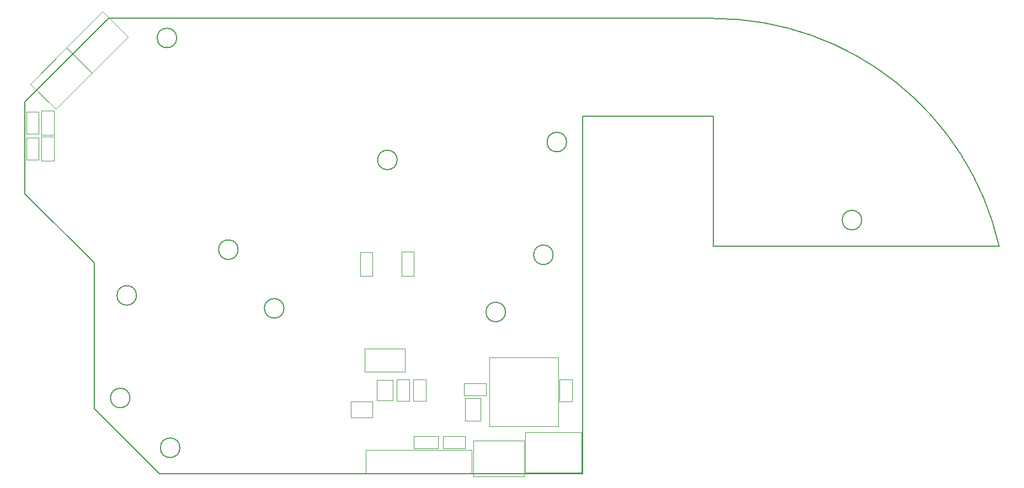
<source format=gbr>
%TF.GenerationSoftware,KiCad,Pcbnew,5.1.7+dfsg1-1~bpo10+1*%
%TF.CreationDate,2020-11-15T21:32:18+00:00*%
%TF.ProjectId,mobo,6d6f626f-2e6b-4696-9361-645f70636258,rev?*%
%TF.SameCoordinates,Original*%
%TF.FileFunction,Other,User*%
%FSLAX45Y45*%
G04 Gerber Fmt 4.5, Leading zero omitted, Abs format (unit mm)*
G04 Created by KiCad (PCBNEW 5.1.7+dfsg1-1~bpo10+1) date 2020-11-15 21:32:18*
%MOMM*%
%LPD*%
G01*
G04 APERTURE LIST*
%TA.AperFunction,Profile*%
%ADD10C,0.200000*%
%TD*%
%ADD11C,0.050000*%
G04 APERTURE END LIST*
D10*
X10078686Y-16898000D02*
G75*
G03*
X10078686Y-16898000I-150000J0D01*
G01*
X9313000Y-16132314D02*
G75*
G03*
X9313000Y-16132314I-150000J0D01*
G01*
X18263000Y-11798000D02*
X16263000Y-11798000D01*
X18263000Y-13798000D02*
X18263000Y-11798000D01*
X10029424Y-10598000D02*
G75*
G03*
X10029424Y-10598000I-150000J0D01*
G01*
X20541427Y-13398000D02*
G75*
G03*
X20541427Y-13398000I-150000J0D01*
G01*
X8984826Y-10298000D02*
X18263000Y-10298000D01*
X7702340Y-11580485D02*
X8984826Y-10298000D01*
X10972211Y-13852451D02*
G75*
G03*
X10972211Y-13852451I-150000J0D01*
G01*
X15074964Y-14810514D02*
G75*
G03*
X15074964Y-14810514I-150000J0D01*
G01*
X11675420Y-14754866D02*
G75*
G03*
X11675420Y-14754866I-150000J0D01*
G01*
X16263000Y-17298000D02*
X9763000Y-17298000D01*
X16263000Y-11798000D02*
X16263000Y-17298000D01*
X13413000Y-12473000D02*
G75*
G03*
X13413000Y-12473000I-150000J0D01*
G01*
X9413000Y-14555359D02*
G75*
G03*
X9413000Y-14555359I-150000J0D01*
G01*
X7702340Y-12994699D02*
X7702340Y-11580485D01*
X8763000Y-14055359D02*
X7702340Y-12994699D01*
X15807333Y-13931598D02*
G75*
G03*
X15807333Y-13931598I-150000J0D01*
G01*
X8763000Y-16298000D02*
X8763000Y-14055359D01*
X9763000Y-17298000D02*
X8763000Y-16298000D01*
X22650482Y-13798000D02*
X18263000Y-13798000D01*
X18263000Y-10298000D02*
G75*
G02*
X22650482Y-13798000I0J-4500000D01*
G01*
X16013000Y-12198000D02*
G75*
G03*
X16013000Y-12198000I-150000J0D01*
G01*
D11*
X16095000Y-15852000D02*
X16095000Y-16188000D01*
X15905000Y-15852000D02*
X16095000Y-15852000D01*
X15905000Y-16188000D02*
X15905000Y-15852000D01*
X16095000Y-16188000D02*
X15905000Y-16188000D01*
X8335962Y-10754419D02*
X7784419Y-11305962D01*
X8724871Y-11143327D02*
X8173327Y-11694871D01*
X8173327Y-11694871D02*
X7784419Y-11305962D01*
X8724871Y-11143327D02*
X8335962Y-10754419D01*
X14778000Y-15905000D02*
X14778000Y-16095000D01*
X14778000Y-16095000D02*
X14442000Y-16095000D01*
X14442000Y-16095000D02*
X14442000Y-15905000D01*
X14442000Y-15905000D02*
X14778000Y-15905000D01*
X14117500Y-16910800D02*
X14117500Y-16720800D01*
X14117500Y-16720800D02*
X14453500Y-16720800D01*
X14453500Y-16720800D02*
X14453500Y-16910800D01*
X14453500Y-16910800D02*
X14117500Y-16910800D01*
X7912499Y-11732000D02*
X7912499Y-12068000D01*
X7722499Y-11732000D02*
X7912499Y-11732000D01*
X7722499Y-12068000D02*
X7722499Y-11732000D01*
X7912499Y-12068000D02*
X7722499Y-12068000D01*
X7910703Y-12468000D02*
X7720703Y-12468000D01*
X7720703Y-12468000D02*
X7720703Y-12132000D01*
X7720703Y-12132000D02*
X7910703Y-12132000D01*
X7910703Y-12132000D02*
X7910703Y-12468000D01*
X15380000Y-16665000D02*
X15380000Y-17280000D01*
X16245000Y-16665000D02*
X15380000Y-16665000D01*
X16245000Y-17280000D02*
X16245000Y-16665000D01*
X15380000Y-17280000D02*
X16245000Y-17280000D01*
X8145000Y-11715000D02*
X8145000Y-12085000D01*
X7955000Y-11715000D02*
X8145000Y-11715000D01*
X7955000Y-12085000D02*
X7955000Y-11715000D01*
X8145000Y-12085000D02*
X7955000Y-12085000D01*
X8145985Y-12485000D02*
X7955985Y-12485000D01*
X7955985Y-12485000D02*
X7955985Y-12115000D01*
X7955985Y-12115000D02*
X8145985Y-12115000D01*
X8145985Y-12115000D02*
X8145985Y-12485000D01*
X12845000Y-14260000D02*
X12845000Y-13890000D01*
X13035000Y-14260000D02*
X12845000Y-14260000D01*
X13035000Y-13890000D02*
X13035000Y-14260000D01*
X12845000Y-13890000D02*
X13035000Y-13890000D01*
X13670000Y-13885000D02*
X13670000Y-14255000D01*
X13480000Y-13885000D02*
X13670000Y-13885000D01*
X13480000Y-14255000D02*
X13480000Y-13885000D01*
X13670000Y-14255000D02*
X13480000Y-14255000D01*
X13668700Y-16720800D02*
X14038700Y-16720800D01*
X13668700Y-16910800D02*
X13668700Y-16720800D01*
X14038700Y-16910800D02*
X13668700Y-16910800D01*
X14038700Y-16720800D02*
X14038700Y-16910800D01*
X14830000Y-16570000D02*
X15890000Y-16570000D01*
X14830000Y-15510000D02*
X15890000Y-15510000D01*
X15890000Y-15510000D02*
X15890000Y-16570000D01*
X14830000Y-15510000D02*
X14830000Y-16570000D01*
X14693300Y-16484800D02*
X14453300Y-16484800D01*
X14453300Y-16134800D02*
X14693300Y-16134800D01*
X14453300Y-16484800D02*
X14453300Y-16134800D01*
X14693300Y-16134800D02*
X14693300Y-16484800D01*
X14559800Y-17288700D02*
X14559800Y-16928700D01*
X12929800Y-17288700D02*
X14559800Y-17288700D01*
X12929800Y-16928700D02*
X12929800Y-17288700D01*
X14559800Y-16928700D02*
X12929800Y-16928700D01*
X9284871Y-10583327D02*
X8895962Y-10194419D01*
X8733327Y-11134871D02*
X8344419Y-10745962D01*
X9284871Y-10583327D02*
X8733327Y-11134871D01*
X8895962Y-10194419D02*
X8344419Y-10745962D01*
X13853100Y-15846000D02*
X13853100Y-16182000D01*
X13663100Y-15846000D02*
X13853100Y-15846000D01*
X13663100Y-16182000D02*
X13663100Y-15846000D01*
X13853100Y-16182000D02*
X13663100Y-16182000D01*
X13409100Y-15846000D02*
X13599100Y-15846000D01*
X13599100Y-15846000D02*
X13599100Y-16182000D01*
X13599100Y-16182000D02*
X13409100Y-16182000D01*
X13409100Y-16182000D02*
X13409100Y-15846000D01*
X12705000Y-16185000D02*
X13035000Y-16185000D01*
X12705000Y-16185000D02*
X12705000Y-16435000D01*
X13035000Y-16435000D02*
X13035000Y-16185000D01*
X13035000Y-16435000D02*
X12705000Y-16435000D01*
X13530000Y-15730000D02*
X13530000Y-15370000D01*
X12915000Y-15730000D02*
X13530000Y-15730000D01*
X12915000Y-15370000D02*
X12915000Y-15730000D01*
X13530000Y-15370000D02*
X12915000Y-15370000D01*
X13099700Y-15854000D02*
X13099700Y-16174000D01*
X13349700Y-15854000D02*
X13349700Y-16174000D01*
X13349700Y-16174000D02*
X13099700Y-16174000D01*
X13349700Y-15854000D02*
X13099700Y-15854000D01*
X14580000Y-17335000D02*
X15360000Y-17335000D01*
X14580000Y-16785000D02*
X15360000Y-16785000D01*
X15360000Y-16785000D02*
X15360000Y-17335000D01*
X14580000Y-16785000D02*
X14580000Y-17335000D01*
M02*

</source>
